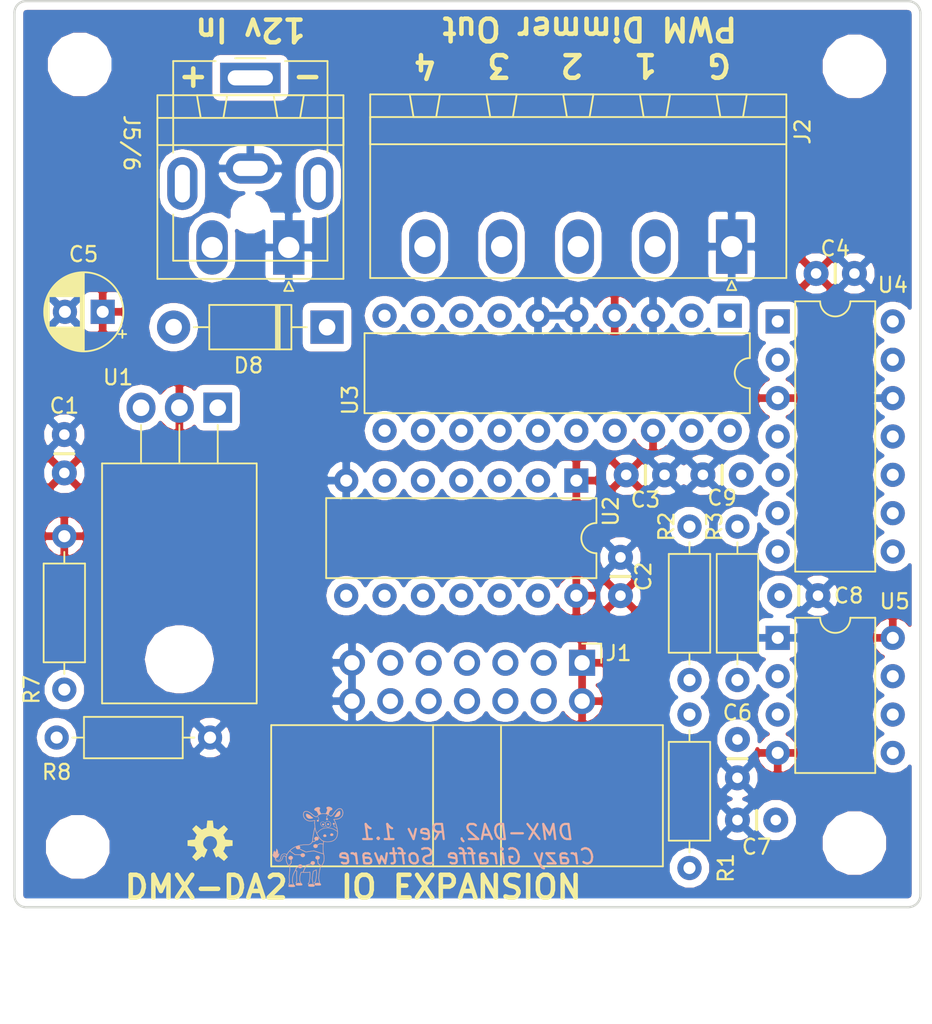
<source format=kicad_pcb>
(kicad_pcb (version 20171130) (host pcbnew "(5.0.0)")
  (title_block (title "DMX Demonstrator - PWM IO Module (DMX-DA2)") (date 2023-02-19) (rev 1.1) (company "Crazy Giraffe Software") (comment 2 "Designed by: SparkyBobo") (comment 3 https://creativecommons.org/licenses/by-sa/4.0/) (comment 4 "Released under the Creative Commons Attribution Share-Alike 4.0m License"))
  (layers (0 F.Cu signal) (31 B.Cu signal) (34 B.Paste user) (35 F.Paste user) (36 B.SilkS user) (37 F.SilkS user) (38 B.Mask user) (39 F.Mask user) (44 Edge.Cuts user))
  (net 0 "")
  (net 1 GND)
  (net 2 "Net-(R7-Pad1)")
  (net 3 +5V)
  (net 4 +10V)
  (net 5 "Net-(U2-Pad6)")
  (net 6 "Net-(U2-Pad5)")
  (net 7 "Net-(U2-Pad4)")
  (net 8 "Net-(U2-Pad3)")
  (net 9 /A1)
  (net 10 /A0)
  (net 11 "Net-(U2-Pad13)")
  (net 12 /~WR)
  (net 13 "Net-(U2-Pad12)")
  (net 14 "Net-(U2-Pad11)")
  (net 15 "Net-(U2-Pad10)")
  (net 16 "Net-(D8-Pad1)")
  (net 17 "Net-(D8-Pad2)")
  (net 18 /AO1)
  (net 19 /AO0)
  (net 20 /AO3)
  (net 21 /AO2)
  (net 22 "Net-(J2-Pad2)")
  (net 23 "Net-(J2-Pad3)")
  (net 24 "Net-(J2-Pad4)")
  (net 25 "Net-(J2-Pad5)")
  (net 26 "Net-(J1-Pad6)")
  (net 27 "Net-(J1-Pad4)")
  (net 28 "Net-(J1-Pad8)")
  (net 29 "Net-(J1-Pad9)")
  (net 30 "Net-(J1-Pad10)")
  (net 31 "Net-(J1-Pad11)")
  (net 32 "Net-(J1-Pad12)")
  (net 33 "Net-(C9-Pad1)")
  (net 34 "Net-(C8-Pad1)")
  (net 35 "Net-(R1-Pad2)")
  (net 36 "Net-(R1-Pad1)")
  (net 37 "Net-(C7-Pad2)")
  (net 38 "Net-(C6-Pad2)")
  (net 39 "Net-(U5-Pad7)")
  (module Capacitors:CAP-PTH-2.54 (layer F.Cu) (at 162.306 110.744 90)
    (fp_text reference C6 (at 3.048 0 180) (layer F.SilkS))
    (fp_text value 10nf hide)
    (pad 2 thru_hole circle (at 1.27 0 90) (size 1.651 1.651) (drill 0.6985) (layers *.Cu *.Mask) (net 38 "Net-(C6-Pad2)"))
    (pad 1 thru_hole circle (at -1.27 0 90) (size 1.651 1.651) (drill 0.6985) (layers *.Cu *.Mask) (net 1 GND))
  )
  (module Capacitors:CAP-PTH-2.54 (layer F.Cu) (at 163.576 114.808)
    (fp_text reference C7 (at 0 1.778) (layer F.SilkS))
    (fp_text value 100nf hide)
    (pad 1 thru_hole circle (at -1.27 0) (size 1.651 1.651) (drill 0.6985) (layers *.Cu *.Mask) (net 1 GND))
    (pad 2 thru_hole circle (at 1.27 0) (size 1.651 1.651) (drill 0.6985) (layers *.Cu *.Mask) (net 37 "Net-(C7-Pad2)"))
  )
  (module Capacitors:CAP-PTH-2.54 (layer F.Cu) (at 166.37 99.949)
    (fp_text reference C8 (at 3.302 0) (layer F.SilkS))
    (fp_text value 10nf hide)
    (pad 2 thru_hole circle (at 1.27 0) (size 1.651 1.651) (drill 0.6985) (layers *.Cu *.Mask) (net 1 GND))
    (pad 1 thru_hole circle (at -1.27 0) (size 1.651 1.651) (drill 0.6985) (layers *.Cu *.Mask) (net 34 "Net-(C8-Pad1)"))
  )
  (module Capacitors:CAP-PTH-2.54 (layer F.Cu) (at 161.29 91.948 180)
    (fp_text reference C9 (at 0 -1.524 180) (layer F.SilkS))
    (fp_text value 10nf hide)
    (pad 1 thru_hole circle (at -1.27 0 180) (size 1.651 1.651) (drill 0.6985) (layers *.Cu *.Mask) (net 33 "Net-(C9-Pad1)"))
    (pad 2 thru_hole circle (at 1.27 0 180) (size 1.651 1.651) (drill 0.6985) (layers *.Cu *.Mask) (net 1 GND))
  )
  (module Package_DIP:DIP-8_W7.62mm (layer F.Cu) (at 164.973 102.743)
    (fp_text reference U5 (at 7.747 -2.413) (layer F.SilkS))
    (fp_text value LM555)
    (pad 1 thru_hole rect (at 0 0) (size 1.6 1.6) (drill 0.8) (layers *.Cu *.Mask) (net 1 GND))
    (pad 5 thru_hole oval (at 7.62 7.62) (size 1.6 1.6) (drill 0.8) (layers *.Cu *.Mask) (net 37 "Net-(C7-Pad2)"))
    (pad 2 thru_hole oval (at 0 2.54) (size 1.6 1.6) (drill 0.8) (layers *.Cu *.Mask) (net 38 "Net-(C6-Pad2)"))
    (pad 6 thru_hole oval (at 7.62 5.08) (size 1.6 1.6) (drill 0.8) (layers *.Cu *.Mask) (net 36 "Net-(R1-Pad1)"))
    (pad 3 thru_hole oval (at 0 5.08) (size 1.6 1.6) (drill 0.8) (layers *.Cu *.Mask) (net 35 "Net-(R1-Pad2)"))
    (pad 7 thru_hole oval (at 7.62 2.54) (size 1.6 1.6) (drill 0.8) (layers *.Cu *.Mask) (net 39 "Net-(U5-Pad7)"))
    (pad 4 thru_hole oval (at 0 7.62) (size 1.6 1.6) (drill 0.8) (layers *.Cu *.Mask) (net 4 +10V))
    (pad 8 thru_hole oval (at 7.62 0) (size 1.6 1.6) (drill 0.8) (layers *.Cu *.Mask) (net 4 +10V))
  )
  (module Resistor_THT:R_Axial_DIN0207_L6.3mm_D2.5mm_P10.16mm_Horizontal (layer F.Cu) (at 159.131 117.983 90)
    (fp_text reference R1 (at 0 2.413 90) (layer F.SilkS))
    (fp_text value 10k)
    (pad 1 thru_hole circle (at 0 0 90) (size 1.6 1.6) (drill 0.8) (layers *.Cu *.Mask) (net 36 "Net-(R1-Pad1)"))
    (pad 2 thru_hole oval (at 10.16 0 90) (size 1.6 1.6) (drill 0.8) (layers *.Cu *.Mask) (net 35 "Net-(R1-Pad2)"))
  )
  (module Resistor_THT:R_Axial_DIN0207_L6.3mm_D2.5mm_P10.16mm_Horizontal (layer F.Cu) (at 159.131 95.377 270)
    (fp_text reference R2 (at 0 1.524 270) (layer F.SilkS))
    (fp_text value 1k)
    (pad 2 thru_hole oval (at 10.16 0 270) (size 1.6 1.6) (drill 0.8) (layers *.Cu *.Mask) (net 35 "Net-(R1-Pad2)"))
    (pad 1 thru_hole circle (at 0 0 270) (size 1.6 1.6) (drill 0.8) (layers *.Cu *.Mask) (net 34 "Net-(C8-Pad1)"))
  )
  (module Resistor_THT:R_Axial_DIN0207_L6.3mm_D2.5mm_P10.16mm_Horizontal (layer F.Cu) (at 162.306 95.377 270)
    (fp_text reference R3 (at 0 1.524 270) (layer F.SilkS))
    (fp_text value 1k)
    (pad 1 thru_hole circle (at 0 0 270) (size 1.6 1.6) (drill 0.8) (layers *.Cu *.Mask) (net 33 "Net-(C9-Pad1)"))
    (pad 2 thru_hole oval (at 10.16 0 270) (size 1.6 1.6) (drill 0.8) (layers *.Cu *.Mask) (net 34 "Net-(C8-Pad1)"))
  )
  (module MountingHole:MountingHole_3.2mm_M3 (layer F.Cu) (at 170.053 64.897)
    (fp_text reference MH2 hide)
    (fp_text value MountingHole)
    (pad 1 np_thru_hole circle (at 0 0) (size 3.2 3.2) (drill 3.2) (layers *.Cu *.Mask))
  )
  (module MountingHole:MountingHole_3.2mm_M3 (layer F.Cu) (at 118.618 116.586)
    (fp_text reference MH3 hide)
    (fp_text value MountingHole)
    (pad 1 np_thru_hole circle (at 0 0) (size 3.2 3.2) (drill 3.2) (layers *.Cu *.Mask))
  )
  (module MountingHole:MountingHole_3.2mm_M3 (layer F.Cu) (at 170.053 116.332)
    (fp_text reference MH4 hide)
    (fp_text value MountingHole)
    (pad 1 np_thru_hole circle (at 0 0) (size 3.2 3.2) (drill 3.2) (layers *.Cu *.Mask))
  )
  (module MountingHole:MountingHole_3.2mm_M3 (layer F.Cu) (at 118.745 64.77)
    (fp_text reference MH1 hide)
    (fp_text value MountingHole)
    (pad 1 np_thru_hole circle (at 0 0) (size 3.2 3.2) (drill 3.2) (layers *.Cu *.Mask))
  )
  (module Connector_IDC:IDC-Header_2x07_P2.54mm_Horizontal (layer F.Cu) (at 152.019 104.394 270)
    (fp_text reference J1 (at -0.635 -2.413) (layer F.SilkS))
    (fp_text value "IO EXTENSION")
    (pad 1 thru_hole rect (at 0 0 270) (size 1.7272 1.7272) (drill 1.016) (layers *.Cu *.Mask) (net 3 +5V))
    (pad 2 thru_hole oval (at 2.54 0 270) (size 1.7272 1.7272) (drill 1.016) (layers *.Cu *.Mask) (net 3 +5V))
    (pad 3 thru_hole oval (at 0 2.54 270) (size 1.7272 1.7272) (drill 1.016) (layers *.Cu *.Mask) (net 12 /~WR))
    (pad 4 thru_hole oval (at 2.54 2.54 270) (size 1.7272 1.7272) (drill 1.016) (layers *.Cu *.Mask) (net 27 "Net-(J1-Pad4)"))
    (pad 5 thru_hole oval (at 0 5.08 270) (size 1.7272 1.7272) (drill 1.016) (layers *.Cu *.Mask) (net 10 /A0))
    (pad 6 thru_hole oval (at 2.54 5.08 270) (size 1.7272 1.7272) (drill 1.016) (layers *.Cu *.Mask) (net 26 "Net-(J1-Pad6)"))
    (pad 7 thru_hole oval (at 0 7.62 270) (size 1.7272 1.7272) (drill 1.016) (layers *.Cu *.Mask) (net 9 /A1))
    (pad 8 thru_hole oval (at 2.54 7.62 270) (size 1.7272 1.7272) (drill 1.016) (layers *.Cu *.Mask) (net 28 "Net-(J1-Pad8)"))
    (pad 9 thru_hole oval (at 0 10.16 270) (size 1.7272 1.7272) (drill 1.016) (layers *.Cu *.Mask) (net 29 "Net-(J1-Pad9)"))
    (pad 10 thru_hole oval (at 2.54 10.16 270) (size 1.7272 1.7272) (drill 1.016) (layers *.Cu *.Mask) (net 30 "Net-(J1-Pad10)"))
    (pad 11 thru_hole oval (at 0 12.7 270) (size 1.7272 1.7272) (drill 1.016) (layers *.Cu *.Mask) (net 31 "Net-(J1-Pad11)"))
    (pad 12 thru_hole oval (at 2.54 12.7 270) (size 1.7272 1.7272) (drill 1.016) (layers *.Cu *.Mask) (net 32 "Net-(J1-Pad12)"))
    (pad 13 thru_hole oval (at 0 15.24 270) (size 1.7272 1.7272) (drill 1.016) (layers *.Cu *.Mask) (net 1 GND))
    (pad 14 thru_hole oval (at 2.54 15.24 270) (size 1.7272 1.7272) (drill 1.016) (layers *.Cu *.Mask) (net 1 GND))
  )
  (module Connector_Phoenix_MSTB:PhoenixContact_MSTBA_2,5_5-G-5,08_1x05_P5.08mm_Horizontal (layer F.Cu) (at 161.925 76.835 180)
    (fp_text reference J2 (at -4.699 7.62 -90) (layer F.SilkS))
    (fp_text value PWM_OUT)
    (pad 1 thru_hole rect (at 0 0 180) (size 2.08 3.6) (drill 1.4) (layers *.Cu *.Mask) (net 1 GND))
    (pad 2 thru_hole oval (at 5.08 0 180) (size 2.08 3.6) (drill 1.4) (layers *.Cu *.Mask) (net 22 "Net-(J2-Pad2)"))
    (pad 3 thru_hole oval (at 10.16 0 180) (size 2.08 3.6) (drill 1.4) (layers *.Cu *.Mask) (net 23 "Net-(J2-Pad3)"))
    (pad 4 thru_hole oval (at 15.24 0 180) (size 2.08 3.6) (drill 1.4) (layers *.Cu *.Mask) (net 24 "Net-(J2-Pad4)"))
    (pad 5 thru_hole oval (at 20.32 0 180) (size 2.08 3.6) (drill 1.4) (layers *.Cu *.Mask) (net 25 "Net-(J2-Pad5)"))
  )
  (module Package_DIP:DIP-20_W7.62mm (layer F.Cu) (at 161.798 81.407 270)
    (fp_text reference U3 (at 5.588 25.146 270) (layer F.SilkS))
    (fp_text value TLC7226A)
    (pad 1 thru_hole rect (at 0 0 270) (size 1.6 1.6) (drill 0.8) (layers *.Cu *.Mask) (net 18 /AO1))
    (pad 11 thru_hole oval (at 7.62 22.86 270) (size 1.6 1.6) (drill 0.8) (layers *.Cu *.Mask) (net 5 "Net-(U2-Pad6)"))
    (pad 2 thru_hole oval (at 0 2.54 270) (size 1.6 1.6) (drill 0.8) (layers *.Cu *.Mask) (net 19 /AO0))
    (pad 12 thru_hole oval (at 7.62 20.32 270) (size 1.6 1.6) (drill 0.8) (layers *.Cu *.Mask) (net 6 "Net-(U2-Pad5)"))
    (pad 3 thru_hole oval (at 0 5.08 270) (size 1.6 1.6) (drill 0.8) (layers *.Cu *.Mask) (net 1 GND))
    (pad 13 thru_hole oval (at 7.62 17.78 270) (size 1.6 1.6) (drill 0.8) (layers *.Cu *.Mask) (net 7 "Net-(U2-Pad4)"))
    (pad 4 thru_hole oval (at 0 7.62 270) (size 1.6 1.6) (drill 0.8) (layers *.Cu *.Mask) (net 4 +10V))
    (pad 14 thru_hole oval (at 7.62 15.24 270) (size 1.6 1.6) (drill 0.8) (layers *.Cu *.Mask) (net 8 "Net-(U2-Pad3)"))
    (pad 5 thru_hole oval (at 0 10.16 270) (size 1.6 1.6) (drill 0.8) (layers *.Cu *.Mask) (net 1 GND))
    (pad 15 thru_hole oval (at 7.62 12.7 270) (size 1.6 1.6) (drill 0.8) (layers *.Cu *.Mask) (net 12 /~WR))
    (pad 6 thru_hole oval (at 0 12.7 270) (size 1.6 1.6) (drill 0.8) (layers *.Cu *.Mask) (net 1 GND))
    (pad 16 thru_hole oval (at 7.62 10.16 270) (size 1.6 1.6) (drill 0.8) (layers *.Cu *.Mask) (net 9 /A1))
    (pad 7 thru_hole oval (at 0 15.24 270) (size 1.6 1.6) (drill 0.8) (layers *.Cu *.Mask) (net 11 "Net-(U2-Pad13)"))
    (pad 17 thru_hole oval (at 7.62 7.62 270) (size 1.6 1.6) (drill 0.8) (layers *.Cu *.Mask) (net 10 /A0))
    (pad 8 thru_hole oval (at 0 17.78 270) (size 1.6 1.6) (drill 0.8) (layers *.Cu *.Mask) (net 13 "Net-(U2-Pad12)"))
    (pad 18 thru_hole oval (at 7.62 5.08 270) (size 1.6 1.6) (drill 0.8) (layers *.Cu *.Mask) (net 3 +5V))
    (pad 9 thru_hole oval (at 0 20.32 270) (size 1.6 1.6) (drill 0.8) (layers *.Cu *.Mask) (net 14 "Net-(U2-Pad11)"))
    (pad 19 thru_hole oval (at 7.62 2.54 270) (size 1.6 1.6) (drill 0.8) (layers *.Cu *.Mask) (net 20 /AO3))
    (pad 10 thru_hole oval (at 0 22.86 270) (size 1.6 1.6) (drill 0.8) (layers *.Cu *.Mask) (net 15 "Net-(U2-Pad10)"))
    (pad 20 thru_hole oval (at 7.62 0 270) (size 1.6 1.6) (drill 0.8) (layers *.Cu *.Mask) (net 21 /AO2))
  )
  (module Capacitors:CAP-PTH-2.54 (layer F.Cu) (at 168.783 78.613)
    (fp_text reference C4 (at 0 -1.651 -180) (layer F.SilkS))
    (fp_text value .01uF hide)
    (pad 1 thru_hole circle (at -1.27 0) (size 1.651 1.651) (drill 0.6985) (layers *.Cu *.Mask) (net 4 +10V))
    (pad 2 thru_hole circle (at 1.27 0) (size 1.651 1.651) (drill 0.6985) (layers *.Cu *.Mask) (net 1 GND))
  )
  (module Package_DIP:DIP-14_W7.62mm (layer F.Cu) (at 164.973 81.788)
    (fp_text reference U4 (at 7.62 -2.413) (layer F.SilkS))
    (fp_text value LM339)
    (pad 1 thru_hole rect (at 0 0) (size 1.6 1.6) (drill 0.8) (layers *.Cu *.Mask) (net 24 "Net-(J2-Pad4)"))
    (pad 8 thru_hole oval (at 7.62 15.24) (size 1.6 1.6) (drill 0.8) (layers *.Cu *.Mask) (net 33 "Net-(C9-Pad1)"))
    (pad 2 thru_hole oval (at 0 2.54) (size 1.6 1.6) (drill 0.8) (layers *.Cu *.Mask) (net 23 "Net-(J2-Pad3)"))
    (pad 9 thru_hole oval (at 7.62 12.7) (size 1.6 1.6) (drill 0.8) (layers *.Cu *.Mask) (net 19 /AO0))
    (pad 3 thru_hole oval (at 0 5.08) (size 1.6 1.6) (drill 0.8) (layers *.Cu *.Mask) (net 4 +10V))
    (pad 10 thru_hole oval (at 7.62 10.16) (size 1.6 1.6) (drill 0.8) (layers *.Cu *.Mask) (net 33 "Net-(C9-Pad1)"))
    (pad 4 thru_hole oval (at 0 7.62) (size 1.6 1.6) (drill 0.8) (layers *.Cu *.Mask) (net 33 "Net-(C9-Pad1)"))
    (pad 11 thru_hole oval (at 7.62 7.62) (size 1.6 1.6) (drill 0.8) (layers *.Cu *.Mask) (net 20 /AO3))
    (pad 5 thru_hole oval (at 0 10.16) (size 1.6 1.6) (drill 0.8) (layers *.Cu *.Mask) (net 18 /AO1))
    (pad 12 thru_hole oval (at 7.62 5.08) (size 1.6 1.6) (drill 0.8) (layers *.Cu *.Mask) (net 1 GND))
    (pad 6 thru_hole oval (at 0 12.7) (size 1.6 1.6) (drill 0.8) (layers *.Cu *.Mask) (net 33 "Net-(C9-Pad1)"))
    (pad 13 thru_hole oval (at 7.62 2.54) (size 1.6 1.6) (drill 0.8) (layers *.Cu *.Mask) (net 25 "Net-(J2-Pad5)"))
    (pad 7 thru_hole oval (at 0 15.24) (size 1.6 1.6) (drill 0.8) (layers *.Cu *.Mask) (net 21 /AO2))
    (pad 14 thru_hole oval (at 7.62 0) (size 1.6 1.6) (drill 0.8) (layers *.Cu *.Mask) (net 22 "Net-(J2-Pad2)"))
  )
  (module Package_TO_SOT_THT:TO-220-3_Horizontal_TabDown (layer F.Cu) (at 127.889 87.503 180)
    (fp_text reference U1 (at 6.604 2.009 180) (layer F.SilkS))
    (fp_text value LM317T)
    (pad "" np_thru_hole oval (at 2.54 -16.66 180) (size 3.5 3.5) (drill 3.5) (layers *.Cu *.Mask))
    (pad 1 thru_hole rect (at 0 0 180) (size 1.905 2) (drill 1.1) (layers *.Cu *.Mask) (net 2 "Net-(R7-Pad1)"))
    (pad 2 thru_hole oval (at 2.54 0 180) (size 1.905 2) (drill 1.1) (layers *.Cu *.Mask) (net 4 +10V))
    (pad 3 thru_hole oval (at 5.08 0 180) (size 1.905 2) (drill 1.1) (layers *.Cu *.Mask) (net 16 "Net-(D8-Pad1)"))
  )
  (module Diode_THT:D_DO-41_SOD81_P10.16mm_Horizontal (layer F.Cu) (at 135.128 82.169 180)
    (fp_text reference D8 (at 5.207 -2.54 180) (layer F.SilkS))
    (fp_text value 1N5819)
    (pad 2 thru_hole oval (at 10.16 0 180) (size 2.2 2.2) (drill 1.1) (layers *.Cu *.Mask) (net 17 "Net-(D8-Pad2)"))
    (pad 1 thru_hole rect (at 0 0 180) (size 2.2 2.2) (drill 1.1) (layers *.Cu *.Mask) (net 16 "Net-(D8-Pad1)"))
  )
  (module Resistor_THT:R_Axial_DIN0207_L6.3mm_D2.5mm_P10.16mm_Horizontal (layer F.Cu) (at 127.381 109.347 180)
    (fp_text reference R8 (at 10.16 -2.286 180) (layer F.SilkS))
    (fp_text value 2.7k)
    (pad 1 thru_hole circle (at 0 0 180) (size 1.6 1.6) (drill 0.8) (layers *.Cu *.Mask) (net 1 GND))
    (pad 2 thru_hole oval (at 10.16 0 180) (size 1.6 1.6) (drill 0.8) (layers *.Cu *.Mask) (net 2 "Net-(R7-Pad1)"))
  )
  (module Capacitors:CAP-PTH-2.54 (layer F.Cu) (at 154.559 98.679 90)
    (fp_text reference C2 (at 0 1.524 90) (layer F.SilkS))
    (fp_text value .01uF hide)
    (pad 2 thru_hole circle (at 1.27 0 90) (size 1.651 1.651) (drill 0.6985) (layers *.Cu *.Mask) (net 1 GND))
    (pad 1 thru_hole circle (at -1.27 0 90) (size 1.651 1.651) (drill 0.6985) (layers *.Cu *.Mask) (net 3 +5V))
  )
  (module Package_DIP:DIP-14_W7.62mm (layer F.Cu) (at 151.638 92.329 270)
    (fp_text reference U2 (at 2.032 -2.286 270) (layer F.SilkS))
    (fp_text value 74LS164)
    (pad 1 thru_hole rect (at 0 0 270) (size 1.6 1.6) (drill 0.8) (layers *.Cu *.Mask) (net 3 +5V))
    (pad 8 thru_hole oval (at 7.62 15.24 270) (size 1.6 1.6) (drill 0.8) (layers *.Cu *.Mask) (net 26 "Net-(J1-Pad6)"))
    (pad 2 thru_hole oval (at 0 2.54 270) (size 1.6 1.6) (drill 0.8) (layers *.Cu *.Mask) (net 27 "Net-(J1-Pad4)"))
    (pad 9 thru_hole oval (at 7.62 12.7 270) (size 1.6 1.6) (drill 0.8) (layers *.Cu *.Mask) (net 28 "Net-(J1-Pad8)"))
    (pad 3 thru_hole oval (at 0 5.08 270) (size 1.6 1.6) (drill 0.8) (layers *.Cu *.Mask) (net 8 "Net-(U2-Pad3)"))
    (pad 10 thru_hole oval (at 7.62 10.16 270) (size 1.6 1.6) (drill 0.8) (layers *.Cu *.Mask) (net 15 "Net-(U2-Pad10)"))
    (pad 4 thru_hole oval (at 0 7.62 270) (size 1.6 1.6) (drill 0.8) (layers *.Cu *.Mask) (net 7 "Net-(U2-Pad4)"))
    (pad 11 thru_hole oval (at 7.62 7.62 270) (size 1.6 1.6) (drill 0.8) (layers *.Cu *.Mask) (net 14 "Net-(U2-Pad11)"))
    (pad 5 thru_hole oval (at 0 10.16 270) (size 1.6 1.6) (drill 0.8) (layers *.Cu *.Mask) (net 6 "Net-(U2-Pad5)"))
    (pad 12 thru_hole oval (at 7.62 5.08 270) (size 1.6 1.6) (drill 0.8) (layers *.Cu *.Mask) (net 13 "Net-(U2-Pad12)"))
    (pad 6 thru_hole oval (at 0 12.7 270) (size 1.6 1.6) (drill 0.8) (layers *.Cu *.Mask) (net 5 "Net-(U2-Pad6)"))
    (pad 13 thru_hole oval (at 7.62 2.54 270) (size 1.6 1.6) (drill 0.8) (layers *.Cu *.Mask) (net 11 "Net-(U2-Pad13)"))
    (pad 7 thru_hole oval (at 0 15.24 270) (size 1.6 1.6) (drill 0.8) (layers *.Cu *.Mask) (net 1 GND))
    (pad 14 thru_hole oval (at 7.62 0 270) (size 1.6 1.6) (drill 0.8) (layers *.Cu *.Mask) (net 3 +5V))
  )
  (module Resistor_THT:R_Axial_DIN0207_L6.3mm_D2.5mm_P10.16mm_Horizontal (layer F.Cu) (at 117.729 106.172 90)
    (fp_text reference R7 (at 0 -2.159 90) (layer F.SilkS))
    (fp_text value 390)
    (pad 2 thru_hole oval (at 10.16 0 90) (size 1.6 1.6) (drill 0.8) (layers *.Cu *.Mask) (net 4 +10V))
    (pad 1 thru_hole circle (at 0 0 90) (size 1.6 1.6) (drill 0.8) (layers *.Cu *.Mask) (net 2 "Net-(R7-Pad1)"))
  )
  (module Connector_BarrelJack:BarrelJack_CUI_PJ-063AH_Horizontal (layer F.Cu) (at 130.048 65.659)
    (fp_text reference J5 hide)
    (fp_text value 12V_A)
    (pad "" np_thru_hole circle (at 0 9) (size 1.6 1.6) (drill 1.6) (layers *.Cu *.Mask))
    (pad MP thru_hole oval (at 4.5 7) (size 2 3.5) (drill oval 1 2.5) (layers *.Cu *.Mask))
    (pad MP thru_hole oval (at -4.5 7) (size 2 3.5) (drill oval 1 2.5) (layers *.Cu *.Mask))
    (pad 2 thru_hole oval (at 0 6) (size 3.3 2) (drill oval 2.3 1) (layers *.Cu *.Mask) (net 1 GND))
    (pad 1 thru_hole rect (at 0 0) (size 4 2) (drill oval 3 1) (layers *.Cu *.Mask) (net 17 "Net-(D8-Pad2)"))
  )
  (module Capacitors:CAP-PTH-2.54 (layer F.Cu) (at 117.729 90.551 90)
    (fp_text reference C1 (at 3.175 0 180) (layer F.SilkS))
    (fp_text value .01uF hide)
    (pad 1 thru_hole circle (at -1.27 0 90) (size 1.651 1.651) (drill 0.6985) (layers *.Cu *.Mask) (net 4 +10V))
    (pad 2 thru_hole circle (at 1.27 0 90) (size 1.651 1.651) (drill 0.6985) (layers *.Cu *.Mask) (net 1 GND))
  )
  (module Capacitors:CAP-PTH-2.54 (layer F.Cu) (at 156.21 91.948)
    (fp_text reference C3 (at 0 1.651) (layer F.SilkS))
    (fp_text value .01uF hide)
    (pad 1 thru_hole circle (at -1.27 0) (size 1.651 1.651) (drill 0.6985) (layers *.Cu *.Mask) (net 3 +5V))
    (pad 2 thru_hole circle (at 1.27 0) (size 1.651 1.651) (drill 0.6985) (layers *.Cu *.Mask) (net 1 GND))
  )
  (module Connector_Phoenix_MSTB:PhoenixContact_MSTBA_2,5_2-G-5,08_1x02_P5.08mm_Horizontal (layer F.Cu) (at 132.592968 76.89119 180)
    (fp_text reference J6 hide)
    (fp_text value 12V_B)
    (pad 2 thru_hole oval (at 5.08 0 180) (size 2.08 3.6) (drill 1.4) (layers *.Cu *.Mask) (net 17 "Net-(D8-Pad2)"))
    (pad 1 thru_hole rect (at 0 0 180) (size 2.08 3.6) (drill 1.4) (layers *.Cu *.Mask) (net 1 GND))
  )
  (module Capacitor_THT:CP_Radial_D5.0mm_P2.50mm (layer F.Cu) (at 120.269 81.153 180)
    (fp_text reference C5 (at 1.27 3.81 180) (layer F.SilkS))
    (fp_text value 10uF)
    (pad 1 thru_hole rect (at 0 0 180) (size 1.6 1.6) (drill 0.8) (layers *.Cu *.Mask) (net 4 +10V))
    (pad 2 thru_hole circle (at 2.5 0 180) (size 1.6 1.6) (drill 0.8) (layers *.Cu *.Mask) (net 1 GND))
  )
  (module footprints:logo_cr_5x5 (layer B.Cu) (at 133.858 116.586 180)
    (fp_text reference G*** hide)
    (fp_text value LOGO hide)
  )
  (module footprints:OSHW-LOGO-S (layer F.Cu) (at 127.381 116.332)
    (fp_text reference "" (at 0 0) (layer F.SilkS) (effects (font (size 1.524 1.524))))
    (fp_text value "" (at 0 0) (layer F.SilkS) (effects (font (size 1.524 1.524))))
  )
  (gr_arc (start 173.609 119.761) (end 173.609 120.579) (angle -90) (layer Edge.Cuts) (width 0.15))
  (gr_arc (start 173.609 61.397) (end 174.427 61.397) (angle -90) (layer Edge.Cuts) (width 0.15))
  (gr_arc (start 115.189 61.341) (end 115.189 60.579) (angle -90) (layer Edge.Cuts) (width 0.15))
  (gr_arc (start 115.189 119.817) (end 114.427 119.817) (angle -90) (layer Edge.Cuts) (width 0.15))
  (gr_text "IO EXPANSION" (at 144.018 119.253) (layer F.SilkS) (effects (font (size 1.5 1.5) (thickness 0.3))))
  (gr_line (start 115.189 120.579) (end 173.609 120.579) (layer Edge.Cuts) (width 0.15))
  (gr_text J5/6 (at 122.174 69.977 270) (layer F.SilkS) (effects (font (size 1 1))))
  (gr_line (start 114.427 119.817) (end 114.427 61.341) (layer Edge.Cuts) (width 0.15))
  (gr_line (start 174.427 61.341) (end 174.427 119.761) (layer Edge.Cuts) (width 0.15))
  (gr_line (start 115.189 60.579) (end 173.609 60.579) (layer Edge.Cuts) (width 0.15))
  (gr_text "DMX-DA2, Rev 1.1\nCrazy Giraffe Software\n\n" (at 144.399 117.221) (layer B.SilkS) (effects (font (size 1 1) (thickness 0.15) italic) (justify mirror)))
  (gr_text DMX-DA2 (at 127.127 119.253) (layer F.SilkS) (effects (font (size 1.5 1.5) (thickness 0.3))))
  (gr_text "-     +" (at 130.052968 65.71519 180) (layer F.SilkS) (effects (font (size 1.5 1.5) (thickness 0.3))))
  (gr_text "  G   1   2   3   4\nPWM Dimmer Out" (at 152.527 63.627 180) (layer F.SilkS) (effects (font (size 1.5 1.5) (thickness 0.3))))
  (gr_text "12v In" (at 130.048 62.484 180) (layer F.SilkS) (effects (font (size 1.5 1.5) (thickness 0.3))))
  (zone (net 1) (net_name GND) (layer B.Cu) (connect_pads (clearance 0.508)) (min_thickness 0.254) (fill yes (arc_segments 16) (thermal_gap 0.508) (thermal_bridge_width 0.508))
    (polygon (pts (xy 114.554 61.214) (xy 114.935 60.706) (xy 173.736 60.706) (xy 174.244 61.087) (xy 174.244 120.142) (xy 173.99 120.396) (xy 114.935 120.396) (xy 114.554 120.015)))
  )
  (zone (net 3) (net_name +5V) (layer F.Cu) (connect_pads (clearance 0.508)) (min_thickness 0.254) (fill yes (arc_segments 16) (thermal_gap 0.508) (thermal_bridge_width 0.508))
    (polygon (pts (xy 131.445 88.138) (xy 157.734 88.138) (xy 157.734 120.396) (xy 131.445 120.396)))
  )
  (zone (net 4) (net_name +10V) (layer F.Cu) (connect_pads (clearance 0.508)) (min_thickness 0.254) (fill yes (arc_segments 16) (thermal_gap 0.508) (thermal_bridge_width 0.508))
    (polygon (pts (xy 114.554 61.214) (xy 114.935 60.706) (xy 173.736 60.706) (xy 174.244 61.087) (xy 174.244 90.7415) (xy 174.244 120.142) (xy 173.99 120.396) (xy 158.242 120.396) (xy 158.242 87.63) (xy 130.937 87.63) (xy 130.937 120.396) (xy 114.935 120.396) (xy 114.554 120.015)))
  )
)
</source>
